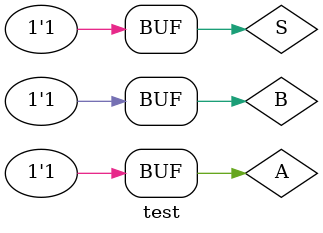
<source format=v>
`timescale 1ns / 1ps


module test;

	// Inputs
	reg S;
	reg A;
	reg B;

	// Outputs
	wire M;

	// Instantiate the Unit Under Test (UUT)
	multiplexer_2x1 uut (
		.M(M), 
		.S(S), 
		.A(A), 
		.B(B)
	);

	initial begin
		// Initialize Inputs
		S = 0;
		A = 0;
		B = 0;

		// Wait 100 ns for global reset to finish
		#100;
		
		S = 0;
		A = 0;
		B = 1;

		// Wait 100 ns for global reset to finish
		#100;
		
		S = 0;
		A = 1;
		B = 0;

		// Wait 100 ns for global reset to finish
		#100;
		
		S = 0;
		A = 1;
		B = 1;

		// Wait 100 ns for global reset to finish
		#100;
		
		S = 1;
		A = 0;
		B = 0;

		// Wait 100 ns for global reset to finish
		#100;
		
		S = 1;
		A = 0;
		B = 1;

		// Wait 100 ns for global reset to finish
		#100;
		
		S = 1;
		A = 1;
		B = 0;

		// Wait 100 ns for global reset to finish
		#100;
		
		S = 1;
		A = 1;
		B = 1;

		// Wait 100 ns for global reset to finish
		#100;
        
		// Add stimulus here

	end
      
endmodule


</source>
